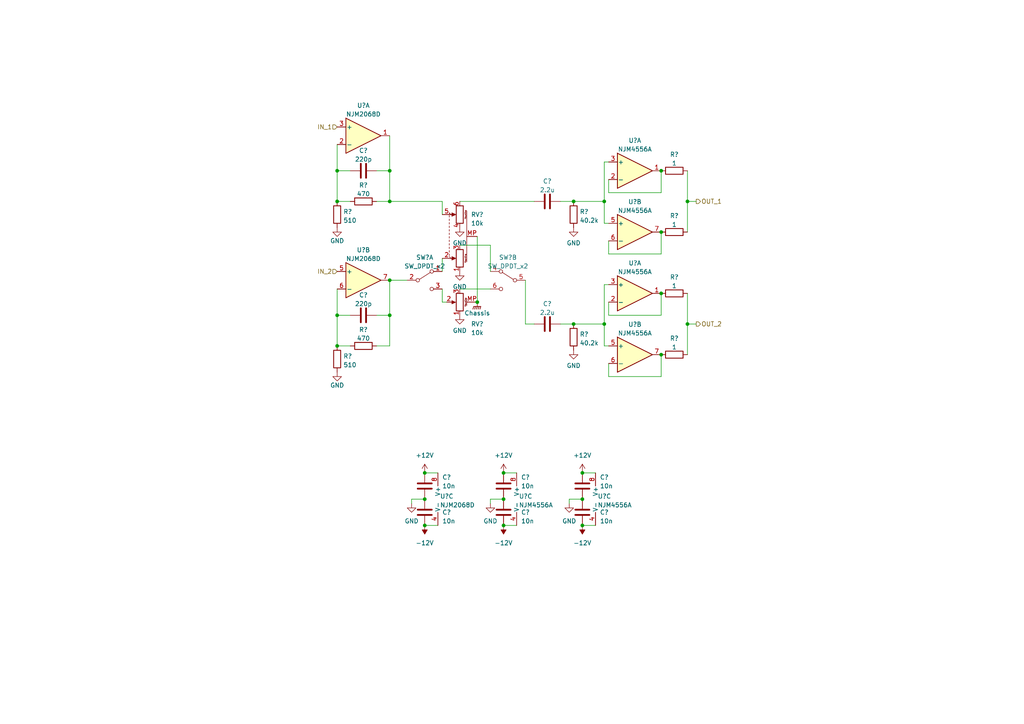
<source format=kicad_sch>
(kicad_sch (version 20211123) (generator eeschema)
  (paper "A4")
  (lib_symbols
    (symbol "Amplifier_Operational:NJM4556A" (pin_names (offset 0.127))
      (property "Reference" "U" (at 0 5.08 0))
      (property "Value" "NJM4556A" (at 0 -5.08 0))
      (symbol "NJM4556A_1_1"
        (polyline (pts (xy -5.08 5.08) (xy 5.08 0) (xy -5.08 -5.08) (xy -5.08 5.08)) (stroke (width 0.254)) (fill (type background)))
        (pin output line (at 7.62 0 180) (length 2.54) (name "~") (number "1"))
        (pin input line (at -7.62 -2.54 0) (length 2.54) (name "-") (number "2"))
        (pin input line (at -7.62 2.54 0) (length 2.54) (name "+") (number "3"))
      )
      (symbol "NJM4556A_2_1"
        (polyline (pts (xy -5.08 5.08) (xy 5.08 0) (xy -5.08 -5.08) (xy -5.08 5.08)) (stroke (width 0.254)) (fill (type background)))
        (pin input line (at -7.62 2.54 0) (length 2.54) (name "+") (number "5"))
        (pin input line (at -7.62 -2.54 0) (length 2.54) (name "-") (number "6"))
        (pin output line (at 7.62 0 180) (length 2.54) (name "~") (number "7"))
      )
      (symbol "NJM4556A_3_1"
        (pin power_in line (at -2.54 -7.62 90) (length 3.81) (name "V-") (number "4"))
        (pin power_in line (at -2.54 7.62 270) (length 3.81) (name "V+") (number "8"))
      )
    )
    (symbol "Custom:Chassis" (power) (in_bom no) (on_board no)
      (property "Value" "Chassis" (at 0 -3.175 0))
      (symbol "Chassis_0_1"
        (polyline (pts (xy 0 -1.27) (xy 0 0)))
        (polyline (pts (xy -1.016 -1.27) (xy -1.27 -2.032) (xy -1.27 -2.032)) (stroke (width 0.2032)))
        (polyline (pts (xy -0.508 -1.27) (xy -0.762 -2.032) (xy -0.762 -2.032)) (stroke (width 0.2032)))
        (polyline (pts (xy 0 -1.27) (xy -0.254 -2.032) (xy -0.254 -2.032)) (stroke (width 0.2032)))
        (polyline (pts (xy 0.508 -1.27) (xy 0.254 -2.032) (xy 0.254 -2.032)) (stroke (width 0.2032)))
        (polyline (pts (xy 1.016 -1.27) (xy -1.016 -1.27) (xy -1.016 -1.27)) (stroke (width 0.2032)))
        (polyline (pts (xy 1.016 -1.27) (xy 0.762 -2.032) (xy 0.762 -2.032) (xy 0.762 -2.032)) (stroke (width 0.2032)))
      )
      (symbol "Chassis_1_1"
        (pin power_in line (at 0 0 270) (length 0) hide (name "Chassis") (number "1"))
      )
    )
    (symbol "Custom:NJM2068D" (pin_names (offset 0.127))
      (property "Reference" "U" (at 0 5.08 0))
      (property "Value" "NJM2068D" (at 0 -5.08 0))
      (symbol "NJM2068D_1_1"
        (polyline (pts (xy -5.08 5.08) (xy 5.08 0) (xy -5.08 -5.08) (xy -5.08 5.08)) (stroke (width 0.254)) (fill (type background)))
        (pin output line (at 7.62 0 180) (length 2.54) (name "~") (number "1"))
        (pin input line (at -7.62 -2.54 0) (length 2.54) (name "-") (number "2"))
        (pin input line (at -7.62 2.54 0) (length 2.54) (name "+") (number "3"))
      )
      (symbol "NJM2068D_2_1"
        (polyline (pts (xy -5.08 5.08) (xy 5.08 0) (xy -5.08 -5.08) (xy -5.08 5.08)) (stroke (width 0.254)) (fill (type background)))
        (pin input line (at -7.62 2.54 0) (length 2.54) (name "+") (number "5"))
        (pin input line (at -7.62 -2.54 0) (length 2.54) (name "-") (number "6"))
        (pin output line (at 7.62 0 180) (length 2.54) (name "~") (number "7"))
      )
      (symbol "NJM2068D_3_1"
        (pin power_in line (at -2.54 -7.62 90) (length 3.81) (name "V-") (number "4"))
        (pin power_in line (at -2.54 7.62 270) (length 3.81) (name "V+") (number "8"))
      )
    )
    (symbol "Custom:R_Potentiometer_Dual_MountingPin" (pin_names hide)
      (property "Reference" "RV" (at 0 3.683 0))
      (property "Value" "R_Potentiometer_Dual_MountingPin" (at 0 1.905 0))
      (symbol "R_Potentiometer_Dual_MountingPin_0_1"
        (rectangle (start -8.89 -1.524) (end -3.81 -3.556) (stroke (width 0.254)))
        (polyline (pts (xy -6.35 0) (xy -6.35 -1.016)))
        (polyline (pts (xy -6.35 0) (xy -6.35 -1.016)))
        (polyline (pts (xy -6.35 0) (xy -5.842 0.508)))
        (polyline (pts (xy -5.588 0.508) (xy -5.08 0.508)))
        (polyline (pts (xy -4.572 0.508) (xy -4.064 0.508)))
        (polyline (pts (xy -3.556 0.508) (xy -3.048 0.508)))
        (polyline (pts (xy -2.54 0.508) (xy -2.032 0.508)))
        (polyline (pts (xy -1.524 0.508) (xy -1.016 0.508)))
        (polyline (pts (xy -0.508 0.508) (xy 0 0.508)))
        (polyline (pts (xy 0.508 0.508) (xy 1.016 0.508)))
        (polyline (pts (xy 1.524 0.508) (xy 2.032 0.508)))
        (polyline (pts (xy 2.54 0.508) (xy 3.048 0.508)))
        (polyline (pts (xy 3.556 0.508) (xy 4.064 0.508)))
        (polyline (pts (xy 4.572 0.508) (xy 5.08 0.508)))
        (polyline (pts (xy 5.588 0.508) (xy 6.096 0.508)))
        (polyline (pts (xy 6.35 0) (xy 6.35 -1.016)))
        (polyline (pts (xy 6.35 0) (xy 6.35 -1.016)))
        (polyline (pts (xy 6.604 0.508) (xy 6.858 0.508) (xy 6.35 0)))
        (polyline (pts (xy -6.35 -1.397) (xy -6.858 -0.254) (xy -5.842 -0.254) (xy -6.35 -1.397)) (fill (type outline)))
        (polyline (pts (xy 6.35 -1.397) (xy 5.842 -0.254) (xy 6.858 -0.254) (xy 6.35 -1.397)) (fill (type outline)))
        (rectangle (start 3.81 -1.524) (end 8.89 -3.556) (stroke (width 0.254)))
      )
      (symbol "R_Potentiometer_Dual_MountingPin_1_1"
        (polyline (pts (xy -7.366 -4.572) (xy 7.366 -4.572)) (stroke (width 0.1524)))
        (text "Mounting" (at -6.35 -4.191 0) (effects (font (size 0.381 0.381))))
        (text "Mounting" (at 6.35 -4.191 0) (effects (font (size 0.381 0.381))))
        (pin passive line (at -10.16 -2.54 0) (length 1.27) (name "1") (number "1"))
        (pin passive line (at -6.35 2.54 270) (length 2.54) (name "2") (number "2"))
        (pin passive line (at -2.54 -2.54 180) (length 1.27) (name "3") (number "3"))
        (pin passive line (at 2.54 -2.54 0) (length 1.27) (name "4") (number "4"))
        (pin passive line (at 6.35 2.54 270) (length 2.54) (name "5") (number "5"))
        (pin passive line (at 10.16 -2.54 180) (length 1.27) (name "6") (number "6"))
        (pin passive line (at 0 -7.62 90) (length 3.048) (name "MountPin") (number "MP"))
      )
    )
    (symbol "Device:C" (pin_numbers hide) (pin_names (offset 0.254))
      (property "Reference" "C" (at 0.635 2.54 0))
      (property "Value" "C" (at 0.635 -2.54 0))
      (symbol "C_0_1"
        (polyline (pts (xy -2.032 -0.762) (xy 2.032 -0.762)) (stroke (width 0.508)))
        (polyline (pts (xy -2.032 0.762) (xy 2.032 0.762)) (stroke (width 0.508)))
      )
      (symbol "C_1_1"
        (pin passive line (at 0 3.81 270) (length 2.794) (name "~") (number "1"))
        (pin passive line (at 0 -3.81 90) (length 2.794) (name "~") (number "2"))
      )
    )
    (symbol "Device:R" (pin_numbers hide) (pin_names (offset 0))
      (property "Reference" "R" (at 2.032 0 90))
      (property "Value" "R" (at 0 0 90))
      (symbol "R_0_1"
        (rectangle (start -1.016 -2.54) (end 1.016 2.54) (stroke (width 0.254)))
      )
      (symbol "R_1_1"
        (pin passive line (at 0 3.81 270) (length 1.27) (name "~") (number "1"))
        (pin passive line (at 0 -3.81 90) (length 1.27) (name "~") (number "2"))
      )
    )
    (symbol "Device:R_Potentiometer_MountingPin" (pin_names (offset 1.016) hide)
      (property "Reference" "RV" (at -8.255 0 90))
      (property "Value" "R_Potentiometer_MountingPin" (at -6.35 0 90))
      (symbol "R_Potentiometer_MountingPin_0_1"
        (polyline (pts (xy 2.54 0) (xy 1.524 0)))
        (polyline (pts (xy 1.143 0) (xy 2.286 0.508) (xy 2.286 -0.508)) (fill (type outline)))
        (rectangle (start 1.016 2.54) (end -1.016 -2.54) (stroke (width 0.254)))
      )
      (symbol "R_Potentiometer_MountingPin_1_1"
        (polyline (pts (xy -2.032 1.016) (xy -2.032 -1.016)) (stroke (width 0.1524)))
        (text "Mounting" (at -1.651 0 900) (effects (font (size 0.381 0.381))))
        (pin passive line (at 0 3.81 270) (length 1.27) (name "1") (number "1"))
        (pin passive line (at 3.81 0 180) (length 1.27) (name "2") (number "2"))
        (pin passive line (at 0 -3.81 90) (length 1.27) (name "3") (number "3"))
        (pin passive line (at -5.08 0 0) (length 3.048) (name "MountPin") (number "MP"))
      )
    )
    (symbol "Switch:SW_DPDT_x2" (pin_names (offset 0) hide)
      (property "Reference" "SW" (at 0 4.318 0))
      (property "Value" "SW_DPDT_x2" (at 0 -5.08 0))
      (symbol "SW_DPDT_x2_0_0"
        (circle (center -2.032 0) (radius 0.508))
        (circle (center 2.032 -2.54) (radius 0.508))
      )
      (symbol "SW_DPDT_x2_0_1"
        (polyline (pts (xy -1.524 0.254) (xy 1.651 2.286)))
        (circle (center 2.032 2.54) (radius 0.508))
      )
      (symbol "SW_DPDT_x2_1_1"
        (pin passive line (at 5.08 2.54 180) (length 2.54) (name "A") (number "1"))
        (pin passive line (at -5.08 0 0) (length 2.54) (name "B") (number "2"))
        (pin passive line (at 5.08 -2.54 180) (length 2.54) (name "C") (number "3"))
      )
      (symbol "SW_DPDT_x2_2_1"
        (pin passive line (at 5.08 2.54 180) (length 2.54) (name "A") (number "4"))
        (pin passive line (at -5.08 0 0) (length 2.54) (name "B") (number "5"))
        (pin passive line (at 5.08 -2.54 180) (length 2.54) (name "C") (number "6"))
      )
    )
    (symbol "power:+12V" (power) (pin_names (offset 0))
      (property "Value" "+12V" (at 0 3.556 0))
      (symbol "+12V_0_1"
        (polyline (pts (xy -0.762 1.27) (xy 0 2.54)))
        (polyline (pts (xy 0 0) (xy 0 2.54)))
        (polyline (pts (xy 0 2.54) (xy 0.762 1.27)))
      )
      (symbol "+12V_1_1"
        (pin power_in line (at 0 0 90) (length 0) hide (name "+12V") (number "1"))
      )
    )
    (symbol "power:-12V" (power) (pin_names (offset 0))
      (property "Value" "-12V" (at 0 3.81 0))
      (symbol "-12V_0_0"
        (pin power_in line (at 0 0 90) (length 0) hide (name "-12V") (number "1"))
      )
      (symbol "-12V_0_1"
        (polyline (pts (xy 0 0) (xy 0 1.27) (xy 0.762 1.27) (xy 0 2.54) (xy -0.762 1.27) (xy 0 1.27)) (fill (type outline)))
      )
    )
    (symbol "power:GND" (power) (pin_names (offset 0))
      (property "Value" "GND" (at 0 -3.81 0))
      (symbol "GND_0_1"
        (polyline (pts (xy 0 0) (xy 0 -1.27) (xy 1.27 -1.27) (xy 0 -2.54) (xy -1.27 -1.27) (xy 0 -1.27)))
      )
      (symbol "GND_1_1"
        (pin power_in line (at 0 0 270) (length 0) hide (name "GND") (number "1"))
      )
    )
  )
  (junction (at 166.37 58.42))
  (junction (at 97.79 49.53))
  (junction (at 168.91 152.4))
  (junction (at 123.19 152.4))
  (junction (at 146.05 152.4))
  (junction (at 113.03 49.53))
  (junction (at 191.77 67.31))
  (junction (at 199.39 93.98))
  (junction (at 138.43 87.63))
  (junction (at 146.05 144.78))
  (junction (at 97.79 58.42))
  (junction (at 113.03 81.28))
  (junction (at 146.05 137.16))
  (junction (at 175.26 58.42))
  (junction (at 168.91 137.16))
  (junction (at 166.37 93.98))
  (junction (at 123.19 137.16))
  (junction (at 191.77 102.87))
  (junction (at 97.79 91.44))
  (junction (at 113.03 58.42))
  (junction (at 168.91 144.78))
  (junction (at 191.77 85.09))
  (junction (at 113.03 91.44))
  (junction (at 123.19 144.78))
  (junction (at 175.26 93.98))
  (junction (at 199.39 58.42))
  (junction (at 97.79 100.33))
  (junction (at 191.77 49.53))
  (wire (pts (xy 199.39 58.42) (xy 201.93 58.42)))
  (wire (pts (xy 199.39 85.09) (xy 199.39 93.98)))
  (wire (pts (xy 128.27 62.23) (xy 128.27 58.42)))
  (wire (pts (xy 175.26 93.98) (xy 175.26 100.33)))
  (wire (pts (xy 176.53 52.07) (xy 176.53 55.88)))
  (wire (pts (xy 191.77 73.66) (xy 191.77 67.31)))
  (wire (pts (xy 146.05 152.4) (xy 149.86 152.4)))
  (wire (pts (xy 199.39 93.98) (xy 201.93 93.98)))
  (wire (pts (xy 176.53 82.55) (xy 175.26 82.55)))
  (wire (pts (xy 199.39 58.42) (xy 199.39 67.31)))
  (wire (pts (xy 165.1 146.05) (xy 165.1 144.78)))
  (wire (pts (xy 168.91 152.4) (xy 172.72 152.4)))
  (wire (pts (xy 109.22 91.44) (xy 113.03 91.44)))
  (wire (pts (xy 176.53 55.88) (xy 191.77 55.88)))
  (wire (pts (xy 128.27 58.42) (xy 113.03 58.42)))
  (wire (pts (xy 142.24 146.05) (xy 142.24 144.78)))
  (wire (pts (xy 191.77 91.44) (xy 191.77 85.09)))
  (wire (pts (xy 176.53 87.63) (xy 176.53 91.44)))
  (wire (pts (xy 133.35 71.12) (xy 142.24 71.12)))
  (wire (pts (xy 97.79 49.53) (xy 101.6 49.53)))
  (wire (pts (xy 97.79 100.33) (xy 101.6 100.33)))
  (wire (pts (xy 109.22 58.42) (xy 113.03 58.42)))
  (wire (pts (xy 113.03 39.37) (xy 113.03 49.53)))
  (wire (pts (xy 109.22 49.53) (xy 113.03 49.53)))
  (wire (pts (xy 109.22 100.33) (xy 113.03 100.33)))
  (wire (pts (xy 175.26 64.77) (xy 176.53 64.77)))
  (wire (pts (xy 176.53 105.41) (xy 176.53 109.22)))
  (wire (pts (xy 176.53 73.66) (xy 191.77 73.66)))
  (wire (pts (xy 128.27 87.63) (xy 129.54 87.63)))
  (wire (pts (xy 166.37 58.42) (xy 175.26 58.42)))
  (wire (pts (xy 128.27 74.93) (xy 128.27 78.74)))
  (wire (pts (xy 175.26 82.55) (xy 175.26 93.98)))
  (wire (pts (xy 133.35 58.42) (xy 154.94 58.42)))
  (wire (pts (xy 165.1 144.78) (xy 168.91 144.78)))
  (wire (pts (xy 175.26 58.42) (xy 175.26 64.77)))
  (wire (pts (xy 138.43 68.58) (xy 138.43 87.63)))
  (wire (pts (xy 176.53 46.99) (xy 175.26 46.99)))
  (wire (pts (xy 113.03 81.28) (xy 118.11 81.28)))
  (wire (pts (xy 162.56 93.98) (xy 166.37 93.98)))
  (wire (pts (xy 152.4 93.98) (xy 154.94 93.98)))
  (wire (pts (xy 97.79 58.42) (xy 101.6 58.42)))
  (wire (pts (xy 97.79 91.44) (xy 97.79 100.33)))
  (wire (pts (xy 175.26 100.33) (xy 176.53 100.33)))
  (wire (pts (xy 119.38 146.05) (xy 119.38 144.78)))
  (wire (pts (xy 113.03 49.53) (xy 113.03 58.42)))
  (wire (pts (xy 176.53 109.22) (xy 191.77 109.22)))
  (wire (pts (xy 176.53 69.85) (xy 176.53 73.66)))
  (wire (pts (xy 152.4 81.28) (xy 152.4 93.98)))
  (wire (pts (xy 119.38 144.78) (xy 123.19 144.78)))
  (wire (pts (xy 97.79 49.53) (xy 97.79 58.42)))
  (wire (pts (xy 97.79 91.44) (xy 101.6 91.44)))
  (wire (pts (xy 168.91 137.16) (xy 172.72 137.16)))
  (wire (pts (xy 97.79 41.91) (xy 97.79 49.53)))
  (wire (pts (xy 191.77 109.22) (xy 191.77 102.87)))
  (wire (pts (xy 113.03 81.28) (xy 113.03 91.44)))
  (wire (pts (xy 142.24 144.78) (xy 146.05 144.78)))
  (wire (pts (xy 133.35 83.82) (xy 142.24 83.82)))
  (wire (pts (xy 176.53 91.44) (xy 191.77 91.44)))
  (wire (pts (xy 166.37 93.98) (xy 175.26 93.98)))
  (wire (pts (xy 113.03 91.44) (xy 113.03 100.33)))
  (wire (pts (xy 199.39 49.53) (xy 199.39 58.42)))
  (wire (pts (xy 175.26 46.99) (xy 175.26 58.42)))
  (wire (pts (xy 97.79 83.82) (xy 97.79 91.44)))
  (wire (pts (xy 128.27 83.82) (xy 128.27 87.63)))
  (wire (pts (xy 162.56 58.42) (xy 166.37 58.42)))
  (wire (pts (xy 123.19 137.16) (xy 127 137.16)))
  (wire (pts (xy 191.77 55.88) (xy 191.77 49.53)))
  (wire (pts (xy 123.19 152.4) (xy 127 152.4)))
  (wire (pts (xy 146.05 137.16) (xy 149.86 137.16)))
  (wire (pts (xy 142.24 71.12) (xy 142.24 78.74)))
  (wire (pts (xy 199.39 93.98) (xy 199.39 102.87)))
  (hierarchical_label "OUT_2" (shape output) (at 201.93 93.98 0))
  (hierarchical_label "IN_2" (shape input) (at 97.79 78.74 180))
  (hierarchical_label "OUT_1" (shape output) (at 201.93 58.42 0))
  (hierarchical_label "IN_1" (shape input) (at 97.79 36.83 180))
  (symbol (lib_id "power:GND") (at 133.35 66.04 0) (unit 1)
    (property "Reference" "#PWR?" (effects hide))
    (property "Value" "GND" (at 133.35 70.4834 0))
  )
  (symbol (lib_id "Device:R") (at 105.41 58.42 90) (unit 1)
    (property "Reference" "R?" (at 105.41 53.7042 90))
    (property "Value" "470" (at 105.41 56.2411 90))
  )
  (symbol (lib_id "power:GND") (at 133.35 91.44 0) (unit 1)
    (property "Reference" "#PWR?" (effects hide))
    (property "Value" "GND" (at 133.35 95.8834 0))
  )
  (symbol (lib_id "power:GND") (at 165.1 146.05 0) (unit 1)
    (property "Reference" "#PWR?" (effects hide))
    (property "Value" "GND" (at 165.1 151.13 0))
  )
  (symbol (lib_id "Custom:NJM2068D") (at 105.41 39.37 0) (unit 1)
    (property "Reference" "U?" (at 105.41 30.5902 0))
    (property "Value" "NJM2068D" (at 105.41 33.1271 0))
  )
  (symbol (lib_id "Device:C") (at 146.05 148.59 180) (unit 1)
    (property "Reference" "C?" (at 151.13 148.59 0) (effects (justify right)))
    (property "Value" "10n" (at 151.13 151.13 0) (effects (justify right)))
  )
  (symbol (lib_id "Amplifier_Operational:NJM4556A") (at 184.15 67.31 0) (unit 2)
    (property "Reference" "U?" (at 184.15 58.5302 0))
    (property "Value" "NJM4556A" (at 184.15 61.0671 0))
    (property "Datasheet" "http://www.njr.com/semicon/PDF/NJM4556A_E.pdf" (effects hide))
  )
  (symbol (lib_id "Device:C") (at 158.75 93.98 90) (unit 1)
    (property "Reference" "C?" (at 158.75 88.1212 90))
    (property "Value" "2.2u" (at 158.75 90.6581 90))
  )
  (symbol (lib_id "power:GND") (at 119.38 146.05 0) (unit 1)
    (property "Reference" "#PWR?" (effects hide))
    (property "Value" "GND" (at 119.38 151.13 0))
  )
  (symbol (lib_id "Device:R") (at 195.58 67.31 90) (unit 1)
    (property "Reference" "R?" (at 195.58 62.5942 90))
    (property "Value" "1" (at 195.58 65.1311 90))
  )
  (symbol (lib_id "Device:R") (at 97.79 104.14 180) (unit 1)
    (property "Reference" "R?" (at 99.568 103.3053 0) (effects (justify right)))
    (property "Value" "510" (at 99.568 105.8422 0) (effects (justify right)))
  )
  (symbol (lib_id "Amplifier_Operational:NJM4556A") (at 184.15 102.87 0) (unit 2)
    (property "Reference" "U?" (at 184.15 94.0902 0))
    (property "Value" "NJM4556A" (at 184.15 96.6271 0))
    (property "Datasheet" "http://www.njr.com/semicon/PDF/NJM4556A_E.pdf" (effects hide))
  )
  (symbol (lib_id "Device:C") (at 105.41 91.44 90) (unit 1)
    (property "Reference" "C?" (at 105.41 85.5812 90))
    (property "Value" "220p" (at 105.41 88.1181 90))
  )
  (symbol (lib_id "Device:R") (at 166.37 62.23 180) (unit 1)
    (property "Reference" "R?" (at 168.148 61.3953 0) (effects (justify right)))
    (property "Value" "40.2k" (at 168.148 63.9322 0) (effects (justify right)))
  )
  (symbol (lib_id "power:GND") (at 142.24 146.05 0) (unit 1)
    (property "Reference" "#PWR?" (effects hide))
    (property "Value" "GND" (at 142.24 151.13 0))
  )
  (symbol (lib_id "Device:C") (at 105.41 49.53 90) (unit 1)
    (property "Reference" "C?" (at 105.41 43.6712 90))
    (property "Value" "220p" (at 105.41 46.2081 90))
  )
  (symbol (lib_id "Device:C") (at 168.91 140.97 180) (unit 1)
    (property "Reference" "C?" (at 173.99 138.43 0) (effects (justify right)))
    (property "Value" "10n" (at 173.99 140.97 0) (effects (justify right)))
  )
  (symbol (lib_id "Amplifier_Operational:NJM4556A") (at 184.15 85.09 0) (unit 1)
    (property "Reference" "U?" (at 184.15 76.3102 0))
    (property "Value" "NJM4556A" (at 184.15 78.8471 0))
    (property "Datasheet" "http://www.njr.com/semicon/PDF/NJM4556A_E.pdf" (effects hide))
  )
  (symbol (lib_id "Switch:SW_DPDT_x2") (at 147.32 81.28 0) (mirror y) (unit 2)
    (property "Reference" "SW?" (at 147.32 74.6592 0))
    (property "Value" "SW_DPDT_x2" (at 147.32 77.1961 0))
  )
  (symbol (lib_id "Device:R") (at 166.37 97.79 180) (unit 1)
    (property "Reference" "R?" (at 168.148 96.9553 0) (effects (justify right)))
    (property "Value" "40.2k" (at 168.148 99.4922 0) (effects (justify right)))
  )
  (symbol (lib_id "Device:C") (at 158.75 58.42 90) (unit 1)
    (property "Reference" "C?" (at 158.75 52.5612 90))
    (property "Value" "2.2u" (at 158.75 55.0981 90))
  )
  (symbol (lib_id "Amplifier_Operational:NJM4556A") (at 152.4 144.78 0) (unit 3)
    (property "Reference" "U?" (at 150.495 143.9453 0) (effects (justify left)))
    (property "Value" "NJM4556A" (at 150.495 146.4822 0) (effects (justify left)))
    (property "Datasheet" "http://www.njr.com/semicon/PDF/NJM4556A_E.pdf" (effects hide))
  )
  (symbol (lib_id "power:GND") (at 97.79 66.04 0) (unit 1)
    (property "Reference" "#PWR?" (effects hide))
    (property "Value" "GND" (at 97.79 69.85 0))
  )
  (symbol (lib_id "Custom:Chassis") (at 138.43 87.63 0) (unit 1) (in_bom no) (on_board no)
    (property "Reference" "U?" (effects hide))
    (property "Value" "Chassis" (at 138.43 90.805 0))
  )
  (symbol (lib_id "Device:R") (at 105.41 100.33 90) (unit 1)
    (property "Reference" "R?" (at 105.41 95.6142 90))
    (property "Value" "470" (at 105.41 98.1511 90))
  )
  (symbol (lib_id "Custom:R_Potentiometer_Dual_MountingPin") (at 130.81 68.58 90) (unit 1)
    (property "Reference" "RV?" (at 138.43 62.2331 90))
    (property "Value" "10k" (at 138.43 64.77 90))
  )
  (symbol (lib_id "Device:C") (at 123.19 140.97 180) (unit 1)
    (property "Reference" "C?" (at 128.27 138.43 0) (effects (justify right)))
    (property "Value" "10n" (at 128.27 140.97 0) (effects (justify right)))
  )
  (symbol (lib_id "Amplifier_Operational:NJM4556A") (at 175.26 144.78 0) (unit 3)
    (property "Reference" "U?" (at 173.355 143.9453 0) (effects (justify left)))
    (property "Value" "NJM4556A" (at 173.355 146.4822 0) (effects (justify left)))
    (property "Datasheet" "http://www.njr.com/semicon/PDF/NJM4556A_E.pdf" (effects hide))
  )
  (symbol (lib_id "power:+12V") (at 123.19 137.16 0) (unit 1)
    (property "Reference" "#PWR?" (effects hide))
    (property "Value" "+12V" (at 123.19 132.08 0))
  )
  (symbol (lib_id "power:-12V") (at 123.19 152.4 180) (unit 1)
    (property "Reference" "#PWR?" (effects hide))
    (property "Value" "-12V" (at 123.19 157.48 0))
  )
  (symbol (lib_id "power:+12V") (at 168.91 137.16 0) (unit 1)
    (property "Reference" "#PWR?" (effects hide))
    (property "Value" "+12V" (at 168.91 132.08 0))
  )
  (symbol (lib_id "Custom:NJM2068D") (at 105.41 81.28 0) (unit 2)
    (property "Reference" "U?" (at 105.41 72.5002 0))
    (property "Value" "NJM2068D" (at 105.41 75.0371 0))
  )
  (symbol (lib_id "Device:R") (at 195.58 49.53 90) (unit 1)
    (property "Reference" "R?" (at 195.58 44.8142 90))
    (property "Value" "1" (at 195.58 47.3511 90))
  )
  (symbol (lib_id "Device:R") (at 195.58 102.87 90) (unit 1)
    (property "Reference" "R?" (at 195.58 98.1542 90))
    (property "Value" "1" (at 195.58 100.6911 90))
  )
  (symbol (lib_id "power:-12V") (at 168.91 152.4 180) (unit 1)
    (property "Reference" "#PWR?" (effects hide))
    (property "Value" "-12V" (at 168.91 157.48 0))
  )
  (symbol (lib_id "Device:C") (at 123.19 148.59 180) (unit 1)
    (property "Reference" "C?" (at 128.27 148.59 0) (effects (justify right)))
    (property "Value" "10n" (at 128.27 151.13 0) (effects (justify right)))
  )
  (symbol (lib_id "power:GND") (at 166.37 101.6 0) (unit 1)
    (property "Reference" "#PWR?" (effects hide))
    (property "Value" "GND" (at 166.37 106.0434 0))
  )
  (symbol (lib_id "Custom:NJM2068D") (at 129.54 144.78 0) (unit 3)
    (property "Reference" "U?" (at 127.635 143.9453 0) (effects (justify left)))
    (property "Value" "NJM2068D" (at 127.635 146.4822 0) (effects (justify left)))
  )
  (symbol (lib_id "Device:R") (at 97.79 62.23 180) (unit 1)
    (property "Reference" "R?" (at 99.568 61.3953 0) (effects (justify right)))
    (property "Value" "510" (at 99.568 63.9322 0) (effects (justify right)))
  )
  (symbol (lib_id "power:GND") (at 133.35 78.74 0) (unit 1)
    (property "Reference" "#PWR?" (effects hide))
    (property "Value" "GND" (at 133.35 83.1834 0))
  )
  (symbol (lib_id "power:GND") (at 166.37 66.04 0) (unit 1)
    (property "Reference" "#PWR?" (effects hide))
    (property "Value" "GND" (at 166.37 70.4834 0))
  )
  (symbol (lib_id "power:+12V") (at 146.05 137.16 0) (unit 1)
    (property "Reference" "#PWR?" (effects hide))
    (property "Value" "+12V" (at 146.05 132.08 0))
  )
  (symbol (lib_id "power:GND") (at 97.79 107.95 0) (unit 1)
    (property "Reference" "#PWR?" (effects hide))
    (property "Value" "GND" (at 97.79 111.76 0))
  )
  (symbol (lib_id "Amplifier_Operational:NJM4556A") (at 184.15 49.53 0) (unit 1)
    (property "Reference" "U?" (at 184.15 40.7502 0))
    (property "Value" "NJM4556A" (at 184.15 43.2871 0))
    (property "Datasheet" "http://www.njr.com/semicon/PDF/NJM4556A_E.pdf" (effects hide))
  )
  (symbol (lib_id "Device:C") (at 168.91 148.59 180) (unit 1)
    (property "Reference" "C?" (at 173.99 148.59 0) (effects (justify right)))
    (property "Value" "10n" (at 173.99 151.13 0) (effects (justify right)))
  )
  (symbol (lib_id "Device:C") (at 146.05 140.97 180) (unit 1)
    (property "Reference" "C?" (at 151.13 138.43 0) (effects (justify right)))
    (property "Value" "10n" (at 151.13 140.97 0) (effects (justify right)))
  )
  (symbol (lib_id "Device:R_Potentiometer_MountingPin") (at 133.35 87.63 180) (unit 1)
    (property "Reference" "RV?" (at 138.43 93.98 0))
    (property "Value" "10k" (at 138.43 96.5169 0))
  )
  (symbol (lib_id "power:-12V") (at 146.05 152.4 180) (unit 1)
    (property "Reference" "#PWR?" (effects hide))
    (property "Value" "-12V" (at 146.05 157.48 0))
  )
  (symbol (lib_id "Switch:SW_DPDT_x2") (at 123.19 81.28 0) (unit 1)
    (property "Reference" "SW?" (at 123.19 74.6592 0))
    (property "Value" "SW_DPDT_x2" (at 123.19 77.1961 0))
  )
  (symbol (lib_id "Device:R") (at 195.58 85.09 90) (unit 1)
    (property "Reference" "R?" (at 195.58 80.3742 90))
    (property "Value" "1" (at 195.58 82.9111 90))
  )
)
</source>
